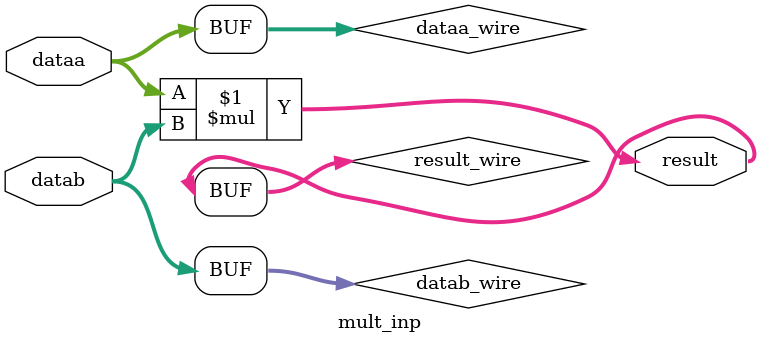
<source format=v>






//synthesis_resources = 
//synopsys translate_off
`timescale 1 ps / 1 ps
//synopsys translate_on
module  mult_inp
	( 
	dataa,
	datab,
	result) /* synthesis synthesis_clearbox=1 */;
	input   [31:0]  dataa;
	input   [31:0]  datab;
	output   [63:0]  result;

	wire [31:0]    dataa_wire;
	wire [31:0]    datab_wire;
	wire [63:0]    result_wire;



	assign dataa_wire = dataa;
	assign datab_wire = datab;
	assign result_wire = dataa_wire * datab_wire;
	assign result = ({result_wire[63:0]});

endmodule //mult_inp
//VALID FILE

</source>
